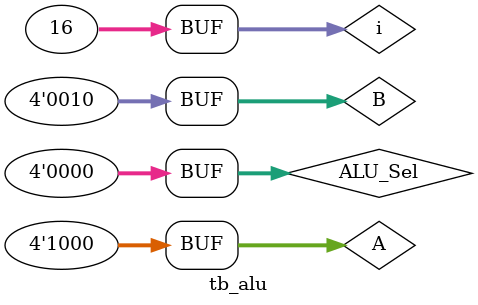
<source format=v>
`timescale 1ns / 1ps

// Sanchit Agarkar (233)
// Pratik Saurkar (229)
module tb_alu;

	// Inputs
	reg [3:0] A;
	reg [3:0] B;
	reg [3:0] ALU_Sel;

	// Outputs
	wire [3:0] ALU_OUT;
	wire CARRY_OUT;

	// Instantiate the Unit Under Test (UUT)
	
	integer i;
	
	ALU uut (
		.A(A), 
		.B(B), 
		.ALU_Sel(ALU_Sel), 
		.ALU_OUT(ALU_OUT), 
		.CARRY_OUT(CARRY_OUT)
	);

	initial begin
// Initialize Inputs
		
      A = 4'h8;
      B = 4'h2;
      ALU_Sel = 4'h0;
      #25;
      for (i=0;i<=15;i=i+1)
      begin
       ALU_Sel = ALU_Sel + 4'h1;
       #25;
      end;
      
      A = 4'h8;
      B = 4'h2;

	end
      
endmodule

</source>
